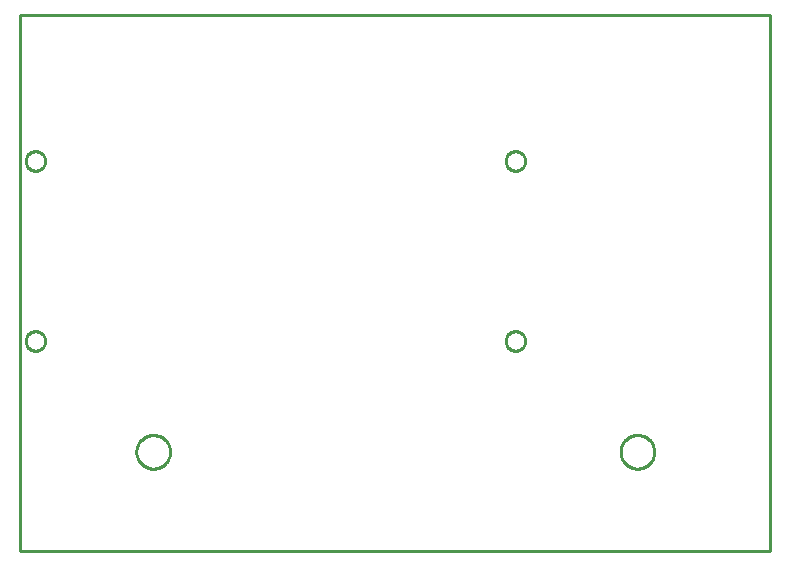
<source format=gbr>
G04 EAGLE Gerber X2 export*
%TF.Part,Single*%
%TF.FileFunction,Profile,NP*%
%TF.FilePolarity,Positive*%
%TF.GenerationSoftware,Autodesk,EAGLE,9.1.3*%
%TF.CreationDate,2020-03-18T03:06:25Z*%
G75*
%MOMM*%
%FSLAX34Y34*%
%LPD*%
%AMOC8*
5,1,8,0,0,1.08239X$1,22.5*%
G01*
%ADD10C,0.254000*%


D10*
X0Y38100D02*
X634800Y38100D01*
X634800Y492000D01*
X0Y492000D01*
X0Y38100D01*
X126750Y121491D02*
X126677Y120476D01*
X126533Y119468D01*
X126316Y118474D01*
X126029Y117497D01*
X125674Y116543D01*
X125251Y115617D01*
X124763Y114724D01*
X124213Y113868D01*
X123603Y113053D01*
X122936Y112284D01*
X122216Y111564D01*
X121447Y110897D01*
X120632Y110287D01*
X119776Y109737D01*
X118883Y109249D01*
X117957Y108826D01*
X117003Y108471D01*
X116026Y108184D01*
X115032Y107967D01*
X114024Y107823D01*
X113009Y107750D01*
X111991Y107750D01*
X110976Y107823D01*
X109968Y107967D01*
X108974Y108184D01*
X107997Y108471D01*
X107043Y108826D01*
X106117Y109249D01*
X105224Y109737D01*
X104368Y110287D01*
X103553Y110897D01*
X102784Y111564D01*
X102064Y112284D01*
X101397Y113053D01*
X100787Y113868D01*
X100237Y114724D01*
X99749Y115617D01*
X99326Y116543D01*
X98971Y117497D01*
X98684Y118474D01*
X98467Y119468D01*
X98323Y120476D01*
X98250Y121491D01*
X98250Y122509D01*
X98323Y123524D01*
X98467Y124532D01*
X98684Y125526D01*
X98971Y126503D01*
X99326Y127457D01*
X99749Y128383D01*
X100237Y129276D01*
X100787Y130132D01*
X101397Y130947D01*
X102064Y131716D01*
X102784Y132436D01*
X103553Y133103D01*
X104368Y133713D01*
X105224Y134263D01*
X106117Y134751D01*
X107043Y135174D01*
X107997Y135529D01*
X108974Y135816D01*
X109968Y136033D01*
X110976Y136177D01*
X111991Y136250D01*
X113009Y136250D01*
X114024Y136177D01*
X115032Y136033D01*
X116026Y135816D01*
X117003Y135529D01*
X117957Y135174D01*
X118883Y134751D01*
X119776Y134263D01*
X120632Y133713D01*
X121447Y133103D01*
X122216Y132436D01*
X122936Y131716D01*
X123603Y130947D01*
X124213Y130132D01*
X124763Y129276D01*
X125251Y128383D01*
X125674Y127457D01*
X126029Y126503D01*
X126316Y125526D01*
X126533Y124532D01*
X126677Y123524D01*
X126750Y122509D01*
X126750Y121491D01*
X536750Y121491D02*
X536677Y120476D01*
X536533Y119468D01*
X536316Y118474D01*
X536029Y117497D01*
X535674Y116543D01*
X535251Y115617D01*
X534763Y114724D01*
X534213Y113868D01*
X533603Y113053D01*
X532936Y112284D01*
X532216Y111564D01*
X531447Y110897D01*
X530632Y110287D01*
X529776Y109737D01*
X528883Y109249D01*
X527957Y108826D01*
X527003Y108471D01*
X526026Y108184D01*
X525032Y107967D01*
X524024Y107823D01*
X523009Y107750D01*
X521991Y107750D01*
X520976Y107823D01*
X519968Y107967D01*
X518974Y108184D01*
X517997Y108471D01*
X517043Y108826D01*
X516117Y109249D01*
X515224Y109737D01*
X514368Y110287D01*
X513553Y110897D01*
X512784Y111564D01*
X512064Y112284D01*
X511397Y113053D01*
X510787Y113868D01*
X510237Y114724D01*
X509749Y115617D01*
X509326Y116543D01*
X508971Y117497D01*
X508684Y118474D01*
X508467Y119468D01*
X508323Y120476D01*
X508250Y121491D01*
X508250Y122509D01*
X508323Y123524D01*
X508467Y124532D01*
X508684Y125526D01*
X508971Y126503D01*
X509326Y127457D01*
X509749Y128383D01*
X510237Y129276D01*
X510787Y130132D01*
X511397Y130947D01*
X512064Y131716D01*
X512784Y132436D01*
X513553Y133103D01*
X514368Y133713D01*
X515224Y134263D01*
X516117Y134751D01*
X517043Y135174D01*
X517997Y135529D01*
X518974Y135816D01*
X519968Y136033D01*
X520976Y136177D01*
X521991Y136250D01*
X523009Y136250D01*
X524024Y136177D01*
X525032Y136033D01*
X526026Y135816D01*
X527003Y135529D01*
X527957Y135174D01*
X528883Y134751D01*
X529776Y134263D01*
X530632Y133713D01*
X531447Y133103D01*
X532216Y132436D01*
X532936Y131716D01*
X533603Y130947D01*
X534213Y130132D01*
X534763Y129276D01*
X535251Y128383D01*
X535674Y127457D01*
X536029Y126503D01*
X536316Y125526D01*
X536533Y124532D01*
X536677Y123524D01*
X536750Y122509D01*
X536750Y121491D01*
X12294Y360045D02*
X11487Y360125D01*
X10692Y360283D01*
X9916Y360518D01*
X9166Y360829D01*
X8451Y361211D01*
X7777Y361662D01*
X7150Y362176D01*
X6576Y362750D01*
X6062Y363377D01*
X5611Y364051D01*
X5229Y364766D01*
X4918Y365516D01*
X4683Y366292D01*
X4525Y367087D01*
X4445Y367894D01*
X4445Y368706D01*
X4525Y369513D01*
X4683Y370308D01*
X4918Y371084D01*
X5229Y371834D01*
X5611Y372549D01*
X6062Y373223D01*
X6576Y373850D01*
X7150Y374424D01*
X7777Y374938D01*
X8451Y375389D01*
X9166Y375771D01*
X9916Y376082D01*
X10692Y376317D01*
X11487Y376476D01*
X12294Y376555D01*
X13106Y376555D01*
X13913Y376476D01*
X14708Y376317D01*
X15484Y376082D01*
X16234Y375771D01*
X16949Y375389D01*
X17623Y374938D01*
X18250Y374424D01*
X18824Y373850D01*
X19338Y373223D01*
X19789Y372549D01*
X20171Y371834D01*
X20482Y371084D01*
X20717Y370308D01*
X20876Y369513D01*
X20955Y368706D01*
X20955Y367894D01*
X20876Y367087D01*
X20717Y366292D01*
X20482Y365516D01*
X20171Y364766D01*
X19789Y364051D01*
X19338Y363377D01*
X18824Y362750D01*
X18250Y362176D01*
X17623Y361662D01*
X16949Y361211D01*
X16234Y360829D01*
X15484Y360518D01*
X14708Y360283D01*
X13913Y360125D01*
X13106Y360045D01*
X12294Y360045D01*
X12294Y207645D02*
X11487Y207725D01*
X10692Y207883D01*
X9916Y208118D01*
X9166Y208429D01*
X8451Y208811D01*
X7777Y209262D01*
X7150Y209776D01*
X6576Y210350D01*
X6062Y210977D01*
X5611Y211651D01*
X5229Y212366D01*
X4918Y213116D01*
X4683Y213892D01*
X4525Y214687D01*
X4445Y215494D01*
X4445Y216306D01*
X4525Y217113D01*
X4683Y217908D01*
X4918Y218684D01*
X5229Y219434D01*
X5611Y220149D01*
X6062Y220823D01*
X6576Y221450D01*
X7150Y222024D01*
X7777Y222538D01*
X8451Y222989D01*
X9166Y223371D01*
X9916Y223682D01*
X10692Y223917D01*
X11487Y224076D01*
X12294Y224155D01*
X13106Y224155D01*
X13913Y224076D01*
X14708Y223917D01*
X15484Y223682D01*
X16234Y223371D01*
X16949Y222989D01*
X17623Y222538D01*
X18250Y222024D01*
X18824Y221450D01*
X19338Y220823D01*
X19789Y220149D01*
X20171Y219434D01*
X20482Y218684D01*
X20717Y217908D01*
X20876Y217113D01*
X20955Y216306D01*
X20955Y215494D01*
X20876Y214687D01*
X20717Y213892D01*
X20482Y213116D01*
X20171Y212366D01*
X19789Y211651D01*
X19338Y210977D01*
X18824Y210350D01*
X18250Y209776D01*
X17623Y209262D01*
X16949Y208811D01*
X16234Y208429D01*
X15484Y208118D01*
X14708Y207883D01*
X13913Y207725D01*
X13106Y207645D01*
X12294Y207645D01*
X418694Y207645D02*
X417887Y207725D01*
X417092Y207883D01*
X416316Y208118D01*
X415566Y208429D01*
X414851Y208811D01*
X414177Y209262D01*
X413550Y209776D01*
X412976Y210350D01*
X412462Y210977D01*
X412011Y211651D01*
X411629Y212366D01*
X411318Y213116D01*
X411083Y213892D01*
X410925Y214687D01*
X410845Y215494D01*
X410845Y216306D01*
X410925Y217113D01*
X411083Y217908D01*
X411318Y218684D01*
X411629Y219434D01*
X412011Y220149D01*
X412462Y220823D01*
X412976Y221450D01*
X413550Y222024D01*
X414177Y222538D01*
X414851Y222989D01*
X415566Y223371D01*
X416316Y223682D01*
X417092Y223917D01*
X417887Y224076D01*
X418694Y224155D01*
X419506Y224155D01*
X420313Y224076D01*
X421108Y223917D01*
X421884Y223682D01*
X422634Y223371D01*
X423349Y222989D01*
X424023Y222538D01*
X424650Y222024D01*
X425224Y221450D01*
X425738Y220823D01*
X426189Y220149D01*
X426571Y219434D01*
X426882Y218684D01*
X427117Y217908D01*
X427276Y217113D01*
X427355Y216306D01*
X427355Y215494D01*
X427276Y214687D01*
X427117Y213892D01*
X426882Y213116D01*
X426571Y212366D01*
X426189Y211651D01*
X425738Y210977D01*
X425224Y210350D01*
X424650Y209776D01*
X424023Y209262D01*
X423349Y208811D01*
X422634Y208429D01*
X421884Y208118D01*
X421108Y207883D01*
X420313Y207725D01*
X419506Y207645D01*
X418694Y207645D01*
X418694Y360045D02*
X417887Y360125D01*
X417092Y360283D01*
X416316Y360518D01*
X415566Y360829D01*
X414851Y361211D01*
X414177Y361662D01*
X413550Y362176D01*
X412976Y362750D01*
X412462Y363377D01*
X412011Y364051D01*
X411629Y364766D01*
X411318Y365516D01*
X411083Y366292D01*
X410925Y367087D01*
X410845Y367894D01*
X410845Y368706D01*
X410925Y369513D01*
X411083Y370308D01*
X411318Y371084D01*
X411629Y371834D01*
X412011Y372549D01*
X412462Y373223D01*
X412976Y373850D01*
X413550Y374424D01*
X414177Y374938D01*
X414851Y375389D01*
X415566Y375771D01*
X416316Y376082D01*
X417092Y376317D01*
X417887Y376476D01*
X418694Y376555D01*
X419506Y376555D01*
X420313Y376476D01*
X421108Y376317D01*
X421884Y376082D01*
X422634Y375771D01*
X423349Y375389D01*
X424023Y374938D01*
X424650Y374424D01*
X425224Y373850D01*
X425738Y373223D01*
X426189Y372549D01*
X426571Y371834D01*
X426882Y371084D01*
X427117Y370308D01*
X427276Y369513D01*
X427355Y368706D01*
X427355Y367894D01*
X427276Y367087D01*
X427117Y366292D01*
X426882Y365516D01*
X426571Y364766D01*
X426189Y364051D01*
X425738Y363377D01*
X425224Y362750D01*
X424650Y362176D01*
X424023Y361662D01*
X423349Y361211D01*
X422634Y360829D01*
X421884Y360518D01*
X421108Y360283D01*
X420313Y360125D01*
X419506Y360045D01*
X418694Y360045D01*
M02*

</source>
